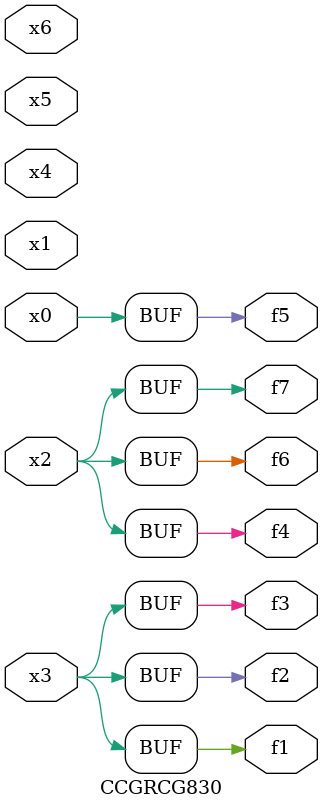
<source format=v>
module CCGRCG830(
	input x0, x1, x2, x3, x4, x5, x6,
	output f1, f2, f3, f4, f5, f6, f7
);
	assign f1 = x3;
	assign f2 = x3;
	assign f3 = x3;
	assign f4 = x2;
	assign f5 = x0;
	assign f6 = x2;
	assign f7 = x2;
endmodule

</source>
